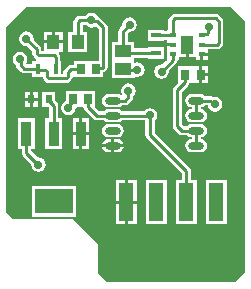
<source format=gtl>
G04*
G04 #@! TF.GenerationSoftware,Altium Limited,Altium Designer,20.1.14 (287)*
G04*
G04 Layer_Physical_Order=1*
G04 Layer_Color=255*
%FSLAX24Y24*%
%MOIN*%
G70*
G04*
G04 #@! TF.SameCoordinates,A3AF8FF9-738B-471D-B888-556D1E7F3E26*
G04*
G04*
G04 #@! TF.FilePolarity,Positive*
G04*
G01*
G75*
%ADD16O,0.0531X0.0236*%
%ADD17R,0.0236X0.0315*%
%ADD18R,0.0413X0.0591*%
%ADD19R,0.0217X0.0158*%
%ADD20R,0.1260X0.0827*%
%ADD21R,0.0354X0.0827*%
%ADD22R,0.0433X0.0472*%
%ADD23R,0.0177X0.0335*%
%ADD24R,0.0276X0.0335*%
%ADD25R,0.0531X0.0413*%
%ADD26R,0.0335X0.0177*%
%ADD27R,0.0295X0.0335*%
%ADD42C,0.0100*%
%ADD43R,0.0500X0.1252*%
%ADD44C,0.0280*%
G36*
X29530Y46100D02*
X30010Y45620D01*
X30010Y37260D01*
X29670Y36920D01*
X25410D01*
X25130Y37200D01*
Y38170D01*
X24290Y39010D01*
X22290Y39010D01*
X22050Y39250D01*
X22050Y45410D01*
X22740Y46100D01*
X29530Y46100D01*
D02*
G37*
%LPC*%
G36*
X29036Y45863D02*
X27676D01*
X27618Y45851D01*
X27568Y45818D01*
X27510Y45760D01*
X27476Y45710D01*
X27465Y45651D01*
Y45324D01*
X27409D01*
Y45298D01*
X27307D01*
Y45334D01*
X26773D01*
Y44957D01*
X27307D01*
Y44992D01*
X27409D01*
Y44880D01*
X27618D01*
Y44780D01*
X27409D01*
Y44651D01*
Y44336D01*
X27409Y44336D01*
X27409D01*
X27382Y44299D01*
X27264Y44180D01*
X27240Y44185D01*
X27146Y44166D01*
X27067Y44113D01*
X27014Y44034D01*
X26995Y43940D01*
X27014Y43846D01*
X27067Y43767D01*
X27146Y43714D01*
X27240Y43695D01*
X27334Y43714D01*
X27413Y43767D01*
X27466Y43846D01*
X27485Y43940D01*
X27480Y43964D01*
X27726Y44210D01*
X27759Y44259D01*
X27771Y44318D01*
Y44336D01*
X27826D01*
Y44435D01*
X28050D01*
Y44830D01*
X28150D01*
Y44435D01*
X28374D01*
Y44336D01*
X28532D01*
Y44515D01*
X28582D01*
Y44565D01*
X28791D01*
Y44677D01*
X29081D01*
X29140Y44689D01*
X29190Y44722D01*
X29248Y44780D01*
X29281Y44830D01*
X29293Y44889D01*
Y45606D01*
X29281Y45665D01*
X29248Y45714D01*
X29144Y45818D01*
X29095Y45851D01*
X29036Y45863D01*
D02*
G37*
G36*
X26170Y45745D02*
X26076Y45726D01*
X25997Y45673D01*
X25944Y45594D01*
X25925Y45500D01*
X25930Y45476D01*
X25842Y45388D01*
X25809Y45339D01*
X25797Y45280D01*
Y44922D01*
X25584D01*
Y44309D01*
Y43718D01*
X26316D01*
Y43732D01*
X26366Y43768D01*
X26430Y43755D01*
X26524Y43774D01*
X26603Y43827D01*
X26656Y43906D01*
X26675Y44000D01*
X26656Y44094D01*
X26603Y44173D01*
X26524Y44226D01*
X26430Y44245D01*
X26366Y44232D01*
X26316Y44268D01*
Y44402D01*
X26773D01*
Y44366D01*
X27307D01*
Y44743D01*
X26773D01*
Y44708D01*
X26316D01*
Y44922D01*
X26103D01*
Y45217D01*
X26146Y45260D01*
X26170Y45255D01*
X26264Y45274D01*
X26343Y45327D01*
X26396Y45406D01*
X26415Y45500D01*
X26396Y45594D01*
X26343Y45673D01*
X26264Y45726D01*
X26170Y45745D01*
D02*
G37*
G36*
X23940Y45266D02*
X23673D01*
Y44980D01*
X23940D01*
Y45266D01*
D02*
G37*
G36*
X23573D02*
X23307D01*
Y44980D01*
X23573D01*
Y45266D01*
D02*
G37*
G36*
X28791Y44465D02*
X28632D01*
Y44336D01*
X28791D01*
Y44465D01*
D02*
G37*
G36*
X24900Y45895D02*
X24806Y45876D01*
X24727Y45823D01*
X24714Y45803D01*
X24509D01*
X24450Y45791D01*
X24400Y45758D01*
X24342Y45700D01*
X24309Y45650D01*
X24297Y45591D01*
Y45266D01*
X24133D01*
Y44594D01*
X24767D01*
Y45266D01*
X24603D01*
Y45497D01*
X24714D01*
X24727Y45477D01*
X24806Y45424D01*
X24900Y45405D01*
X24994Y45424D01*
X25039Y45454D01*
X25137Y45357D01*
Y44287D01*
X24842D01*
X24808Y44287D01*
X24758Y44287D01*
X24316D01*
Y44173D01*
X24210D01*
X24151Y44161D01*
X24102Y44128D01*
X24012Y44038D01*
X23979Y43989D01*
X23967Y43930D01*
Y43866D01*
X23899D01*
Y44297D01*
X23863D01*
Y44421D01*
X23851Y44480D01*
X23818Y44530D01*
X23804Y44544D01*
X23825Y44594D01*
X23940D01*
Y44880D01*
X23623D01*
X23307D01*
Y44633D01*
X23233D01*
Y44680D01*
X23221Y44739D01*
X23188Y44788D01*
X22970Y45006D01*
X22975Y45030D01*
X22956Y45124D01*
X22903Y45203D01*
X22824Y45256D01*
X22730Y45275D01*
X22636Y45256D01*
X22557Y45203D01*
X22504Y45124D01*
X22485Y45030D01*
X22504Y44936D01*
X22557Y44857D01*
X22636Y44804D01*
X22730Y44785D01*
X22754Y44790D01*
X22927Y44617D01*
Y44539D01*
X22939Y44480D01*
X22972Y44430D01*
X23030Y44372D01*
X23067Y44347D01*
X23052Y44297D01*
X22931D01*
Y44183D01*
X22757D01*
X22730Y44233D01*
X22746Y44256D01*
X22765Y44350D01*
X22746Y44444D01*
X22693Y44523D01*
X22614Y44576D01*
X22520Y44595D01*
X22426Y44576D01*
X22347Y44523D01*
X22294Y44444D01*
X22275Y44350D01*
X22294Y44256D01*
X22347Y44177D01*
X22383Y44153D01*
X22394Y44097D01*
X22428Y44047D01*
X22553Y43922D01*
X22603Y43889D01*
X22661Y43877D01*
X22931D01*
Y43763D01*
X23282D01*
X23292Y43713D01*
X23326Y43663D01*
X23384Y43605D01*
X23434Y43571D01*
X23492Y43560D01*
X24061D01*
X24120Y43571D01*
X24170Y43605D01*
X24228Y43663D01*
X24261Y43713D01*
X24268Y43748D01*
X24316Y43753D01*
X24316Y43753D01*
X24316Y43753D01*
X24758D01*
X24792Y43753D01*
X24842Y43753D01*
X25284D01*
Y43913D01*
X25334Y43923D01*
X25383Y43956D01*
X25398Y43970D01*
X25431Y44020D01*
X25443Y44079D01*
Y45420D01*
X25431Y45479D01*
X25398Y45528D01*
X25193Y45733D01*
X25144Y45766D01*
X25106Y45774D01*
X25073Y45823D01*
X24994Y45876D01*
X24900Y45895D01*
D02*
G37*
G36*
X28596Y44107D02*
Y43890D01*
X28794D01*
Y44107D01*
X28596D01*
D02*
G37*
G36*
X28794Y43790D02*
X28596D01*
Y43573D01*
X28794D01*
Y43790D01*
D02*
G37*
G36*
X28298Y44107D02*
X28248Y44107D01*
X27786D01*
Y43573D01*
X27652Y43438D01*
X27619Y43388D01*
X27607Y43330D01*
Y42120D01*
X27619Y42061D01*
X27652Y42012D01*
X27802Y41862D01*
X27851Y41829D01*
X27910Y41817D01*
X28082D01*
X28085Y41813D01*
X28157Y41765D01*
X28242Y41748D01*
X28247D01*
Y41692D01*
X28242D01*
X28157Y41675D01*
X28085Y41627D01*
X28037Y41555D01*
X28020Y41470D01*
X28037Y41385D01*
X28085Y41313D01*
X28157Y41265D01*
X28242Y41248D01*
X28538D01*
X28623Y41265D01*
X28695Y41313D01*
X28743Y41385D01*
X28760Y41470D01*
X28743Y41555D01*
X28695Y41627D01*
X28623Y41675D01*
X28553Y41689D01*
Y41751D01*
X28623Y41765D01*
X28695Y41813D01*
X28743Y41885D01*
X28760Y41970D01*
X28743Y42055D01*
X28695Y42127D01*
X28623Y42175D01*
X28538Y42192D01*
X28242D01*
X28157Y42175D01*
X28085Y42127D01*
X28082Y42123D01*
X27973D01*
X27913Y42183D01*
Y43267D01*
X28119Y43473D01*
X28153Y43523D01*
X28163Y43573D01*
X28282Y43573D01*
X28332Y43573D01*
X28496D01*
Y43840D01*
Y44107D01*
X28332D01*
X28298Y44107D01*
D02*
G37*
G36*
X26130Y43545D02*
X26036Y43526D01*
X25957Y43473D01*
X25904Y43394D01*
X25885Y43300D01*
X25904Y43206D01*
X25914Y43191D01*
X25878Y43155D01*
X25847Y43175D01*
X25762Y43192D01*
X25467D01*
X25382Y43175D01*
X25310Y43127D01*
X25261Y43055D01*
X25244Y42970D01*
X25261Y42885D01*
X25310Y42813D01*
X25382Y42765D01*
X25467Y42748D01*
X25762D01*
X25847Y42765D01*
X25919Y42813D01*
X25922Y42817D01*
X26010D01*
X26069Y42829D01*
X26118Y42862D01*
X26238Y42982D01*
X26271Y43031D01*
X26283Y43090D01*
Y43113D01*
X26303Y43127D01*
X26356Y43206D01*
X26375Y43300D01*
X26356Y43394D01*
X26303Y43473D01*
X26224Y43526D01*
X26130Y43545D01*
D02*
G37*
G36*
X23117Y43267D02*
X22949D01*
Y43060D01*
X23117D01*
Y43267D01*
D02*
G37*
G36*
X22849D02*
X22681D01*
Y43060D01*
X22849D01*
Y43267D01*
D02*
G37*
G36*
X23117Y42960D02*
X22949D01*
Y42753D01*
X23117D01*
Y42960D01*
D02*
G37*
G36*
X22849D02*
X22681D01*
Y42753D01*
X22849D01*
Y42960D01*
D02*
G37*
G36*
X28538Y43192D02*
X28242D01*
X28157Y43175D01*
X28085Y43127D01*
X28037Y43055D01*
X28020Y42970D01*
X28037Y42885D01*
X28085Y42813D01*
X28157Y42765D01*
X28237Y42749D01*
Y42691D01*
X28157Y42675D01*
X28085Y42627D01*
X28037Y42555D01*
X28020Y42470D01*
X28037Y42385D01*
X28085Y42313D01*
X28157Y42265D01*
X28242Y42248D01*
X28538D01*
X28623Y42265D01*
X28695Y42313D01*
X28743Y42385D01*
X28760Y42470D01*
X28743Y42555D01*
X28695Y42627D01*
X28623Y42675D01*
X28543Y42691D01*
Y42749D01*
X28623Y42765D01*
X28695Y42813D01*
X28698Y42817D01*
X28772D01*
X28784Y42756D01*
X28837Y42677D01*
X28916Y42624D01*
X29010Y42605D01*
X29104Y42624D01*
X29183Y42677D01*
X29236Y42756D01*
X29255Y42850D01*
X29236Y42944D01*
X29183Y43023D01*
X29104Y43076D01*
X29010Y43095D01*
X28960Y43085D01*
X28920Y43111D01*
X28861Y43123D01*
X28698D01*
X28695Y43127D01*
X28623Y43175D01*
X28538Y43192D01*
D02*
G37*
G36*
X24823Y42375D02*
X24596D01*
Y41912D01*
X24823D01*
Y42375D01*
D02*
G37*
G36*
X24496D02*
X24268D01*
Y41912D01*
X24496D01*
Y42375D01*
D02*
G37*
G36*
X25762Y42192D02*
X25467D01*
X25382Y42175D01*
X25310Y42127D01*
X25261Y42055D01*
X25244Y41970D01*
X25261Y41885D01*
X25310Y41813D01*
X25382Y41765D01*
X25467Y41748D01*
X25762D01*
X25847Y41765D01*
X25919Y41813D01*
X25967Y41885D01*
X25984Y41970D01*
X25967Y42055D01*
X25919Y42127D01*
X25847Y42175D01*
X25762Y42192D01*
D02*
G37*
G36*
Y41692D02*
X25664D01*
Y41520D01*
X25974D01*
X25967Y41555D01*
X25919Y41627D01*
X25847Y41675D01*
X25762Y41692D01*
D02*
G37*
G36*
X25564D02*
X25467D01*
X25382Y41675D01*
X25310Y41627D01*
X25261Y41555D01*
X25254Y41520D01*
X25564D01*
Y41692D01*
D02*
G37*
G36*
X24823Y41812D02*
X24596D01*
Y41349D01*
X24823D01*
Y41812D01*
D02*
G37*
G36*
X24496D02*
X24268D01*
Y41349D01*
X24496D01*
Y41812D01*
D02*
G37*
G36*
X23688Y43267D02*
X23252D01*
Y42753D01*
X23472D01*
X23487Y42737D01*
Y42375D01*
X23363D01*
Y41349D01*
X23917D01*
Y42375D01*
X23793D01*
Y42801D01*
X23781Y42859D01*
X23748Y42909D01*
X23688Y42969D01*
Y43267D01*
D02*
G37*
G36*
X25974Y41420D02*
X25664D01*
Y41248D01*
X25762D01*
X25847Y41265D01*
X25919Y41313D01*
X25967Y41385D01*
X25974Y41420D01*
D02*
G37*
G36*
X25564D02*
X25254D01*
X25261Y41385D01*
X25310Y41313D01*
X25382Y41265D01*
X25467Y41248D01*
X25564D01*
Y41420D01*
D02*
G37*
G36*
X23012Y42375D02*
X22457D01*
Y41349D01*
X22582D01*
Y41236D01*
X22593Y41177D01*
X22626Y41127D01*
X22890Y40864D01*
X22885Y40840D01*
X22904Y40746D01*
X22957Y40667D01*
X23036Y40614D01*
X23130Y40595D01*
X23224Y40614D01*
X23303Y40667D01*
X23356Y40746D01*
X23375Y40840D01*
X23356Y40934D01*
X23303Y41013D01*
X23224Y41066D01*
X23130Y41085D01*
X23106Y41080D01*
X22888Y41299D01*
X22888Y41349D01*
X23012D01*
Y42375D01*
D02*
G37*
G36*
X26410Y40313D02*
X26110D01*
Y39637D01*
X26410D01*
Y40313D01*
D02*
G37*
G36*
X26010D02*
X25710D01*
Y39637D01*
X26010D01*
Y40313D01*
D02*
G37*
G36*
X24370Y40131D02*
X22910D01*
Y39105D01*
X24370D01*
Y40131D01*
D02*
G37*
G36*
X29410Y40313D02*
X28710D01*
Y38861D01*
X29410D01*
Y40313D01*
D02*
G37*
G36*
X24548Y43297D02*
X24498Y43297D01*
X24056D01*
Y42957D01*
X24055Y42953D01*
X24041Y42951D01*
X23961Y42897D01*
X23908Y42818D01*
X23890Y42724D01*
X23908Y42631D01*
X23961Y42551D01*
X24041Y42498D01*
X24134Y42480D01*
X24228Y42498D01*
X24307Y42551D01*
X24361Y42631D01*
X24379Y42724D01*
X24411Y42763D01*
X24532Y42763D01*
X24582Y42763D01*
X24633D01*
X24645Y42705D01*
X24678Y42656D01*
X24972Y42362D01*
X25021Y42329D01*
X25080Y42317D01*
X25307D01*
X25310Y42313D01*
X25382Y42265D01*
X25467Y42248D01*
X25762D01*
X25847Y42265D01*
X25919Y42313D01*
X25922Y42317D01*
X26670D01*
X26677Y42307D01*
X26697Y42294D01*
Y41830D01*
X26709Y41771D01*
X26742Y41722D01*
X27907Y40557D01*
Y40313D01*
X27710D01*
Y38861D01*
X28410D01*
Y40313D01*
X28213D01*
Y40620D01*
X28201Y40679D01*
X28168Y40728D01*
X27003Y41893D01*
Y42294D01*
X27023Y42307D01*
X27076Y42386D01*
X27095Y42480D01*
X27076Y42574D01*
X27023Y42653D01*
X26944Y42706D01*
X26850Y42725D01*
X26756Y42706D01*
X26677Y42653D01*
X26657Y42623D01*
X25922D01*
X25919Y42627D01*
X25847Y42675D01*
X25762Y42692D01*
X25467D01*
X25382Y42675D01*
X25310Y42627D01*
X25307Y42623D01*
X25143D01*
X25045Y42721D01*
X25024Y42763D01*
X25024D01*
X25024Y42763D01*
Y43297D01*
X24582D01*
X24548Y43297D01*
D02*
G37*
G36*
X27410Y40313D02*
X26710D01*
Y38861D01*
X27410D01*
Y40313D01*
D02*
G37*
G36*
X26410Y39537D02*
X26110D01*
Y38861D01*
X26410D01*
Y39537D01*
D02*
G37*
G36*
X26010D02*
X25710D01*
Y38861D01*
X26010D01*
Y39537D01*
D02*
G37*
%LPD*%
D16*
X28390Y41470D02*
D03*
Y41970D02*
D03*
Y42470D02*
D03*
Y42970D02*
D03*
X25614Y41470D02*
D03*
Y41970D02*
D03*
Y42470D02*
D03*
Y42970D02*
D03*
D17*
X22899Y43010D02*
D03*
X23470D02*
D03*
D18*
X28100Y44830D02*
D03*
D19*
X28582Y45145D02*
D03*
Y44830D02*
D03*
Y44515D02*
D03*
X27618Y45145D02*
D03*
Y44830D02*
D03*
Y44515D02*
D03*
D20*
X23640Y39618D02*
D03*
D21*
X22734Y41862D02*
D03*
X23640D02*
D03*
X24546D02*
D03*
D22*
X24450Y44930D02*
D03*
X23623D02*
D03*
D23*
X23710Y44030D02*
D03*
X23119D02*
D03*
D24*
X24294Y43030D02*
D03*
X24786D02*
D03*
X25046Y44020D02*
D03*
X24554D02*
D03*
D25*
X25950Y44025D02*
D03*
Y44615D02*
D03*
D26*
X27040Y44555D02*
D03*
Y45145D02*
D03*
D27*
X28034Y43840D02*
D03*
X28546D02*
D03*
D42*
X23640Y41862D02*
Y42801D01*
X25950Y44615D02*
Y45280D01*
X26170Y45500D01*
X23470Y42971D02*
X23640Y42801D01*
X23470Y42971D02*
Y43010D01*
X26011Y44555D02*
X27040D01*
X25950Y44615D02*
X26011Y44555D01*
X23139Y44480D02*
X23651D01*
X23710Y44030D02*
Y44421D01*
X23651Y44480D02*
X23710Y44421D01*
X23080Y44539D02*
Y44680D01*
Y44539D02*
X23139Y44480D01*
X22730Y45030D02*
X23080Y44680D01*
X25975Y44000D02*
X26430D01*
X25950Y44025D02*
X25975Y44000D01*
X26010Y42970D02*
X26130Y43090D01*
X25614Y42970D02*
X26010D01*
X26130Y43090D02*
Y43300D01*
X26130Y43300D01*
X28739Y45174D02*
X28798Y45232D01*
X28611Y45174D02*
X28739D01*
X28798Y45232D02*
Y45398D01*
X28582Y45145D02*
X28611Y45174D01*
X26840Y42470D02*
X26850Y42460D01*
Y41830D02*
Y42460D01*
X25614Y42470D02*
X26840D01*
X28390Y41470D02*
X28400Y41480D01*
X28390Y41970D02*
X28400Y41960D01*
Y41480D02*
Y41960D01*
X27760Y42120D02*
Y43330D01*
X28011Y43581D01*
Y43817D02*
X28034Y43840D01*
X28011Y43581D02*
Y43817D01*
X27760Y42120D02*
X27910Y41970D01*
X28390D01*
X28060Y39587D02*
Y40620D01*
X26850Y41830D02*
X28060Y40620D01*
X25080Y42470D02*
X25614D01*
X24786Y42764D02*
Y43030D01*
Y42764D02*
X25080Y42470D01*
X27676Y45710D02*
X29036D01*
X27618Y45145D02*
Y45651D01*
X27676Y45710D01*
X29036D02*
X29140Y45606D01*
Y44889D02*
Y45606D01*
X28798Y45398D02*
X28820Y45420D01*
X28582Y44830D02*
X29081D01*
X29140Y44889D01*
X27618Y44318D02*
Y44515D01*
X27240Y43940D02*
X27618Y44318D01*
X27040Y45145D02*
X27040Y45145D01*
X27618D01*
X27618Y45145D01*
X23470Y43010D02*
X23538Y42942D01*
X24206Y42845D02*
Y42942D01*
X24294Y43030D01*
X24134Y42773D02*
X24206Y42845D01*
X24134Y42724D02*
Y42773D01*
X25290Y44079D02*
Y45420D01*
X24900Y45650D02*
X24925Y45625D01*
X25085D01*
X25290Y45420D01*
X24509Y45650D02*
X24900D01*
X25046Y44020D02*
X25090Y44064D01*
X25275D01*
X25290Y44079D01*
X24450Y44930D02*
Y45591D01*
X24509Y45650D01*
X22520Y44350D02*
X22536Y44334D01*
X22661Y44030D02*
X23119D01*
X22536Y44156D02*
Y44334D01*
Y44156D02*
X22661Y44030D01*
X23119D02*
X23151Y43998D01*
X23375D01*
X24061Y43713D02*
X24120Y43771D01*
X23434D02*
Y43940D01*
X24120Y43771D02*
Y43930D01*
X23434Y43771D02*
X23492Y43713D01*
X24061D01*
X23375Y43998D02*
X23434Y43940D01*
X24210Y44020D02*
X24554D01*
X24120Y43930D02*
X24210Y44020D01*
X22734Y41236D02*
X23130Y40840D01*
X22734Y41236D02*
Y41862D01*
X28390Y42970D02*
X28861D01*
X28981Y42850D02*
X29010D01*
X28861Y42970D02*
X28981Y42850D01*
X28390Y42470D02*
Y42970D01*
D43*
X26060Y39587D02*
D03*
X27060D02*
D03*
X29060D02*
D03*
X28060D02*
D03*
D44*
X26170Y45500D02*
D03*
X23640Y41862D02*
D03*
Y39618D02*
D03*
X22730Y45030D02*
D03*
X26430Y44000D02*
D03*
X26130Y43300D02*
D03*
X26850Y42480D02*
D03*
X27060Y39587D02*
D03*
X28060D02*
D03*
X28820Y45420D02*
D03*
X27240Y43940D02*
D03*
X24900Y45650D02*
D03*
X22520Y44350D02*
D03*
X23130Y40840D02*
D03*
X24134Y42724D02*
D03*
X29010Y42850D02*
D03*
M02*

</source>
